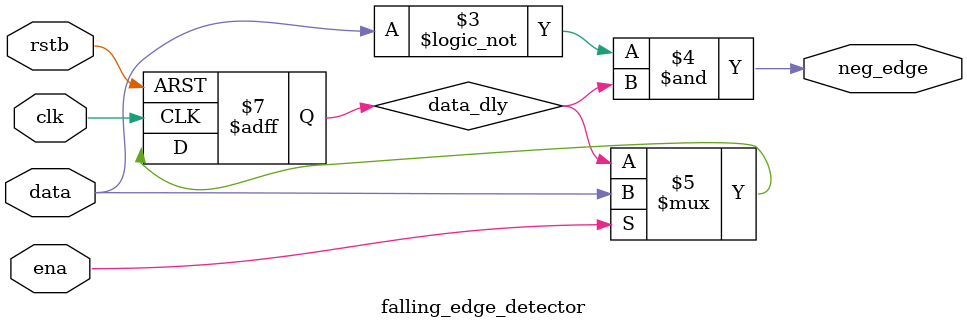
<source format=sv>
/*
 * Copyright (c) 2024 Caio Alonso da Costa
 * SPDX-License-Identifier: Apache-2.0
 */

module falling_edge_detector (rstb, clk, ena, data, neg_edge);

  input logic rstb;
  input logic clk;
  input logic ena;
  input logic data;

  output logic neg_edge;

  logic data_dly;

  always_ff @(negedge(rstb) or posedge(clk)) begin
    if (!rstb) begin
      data_dly <= '0;
    end else begin
      if (ena) begin
        data_dly <= data;
      end
    end
  end

  assign neg_edge = (!data) & data_dly;

endmodule

</source>
